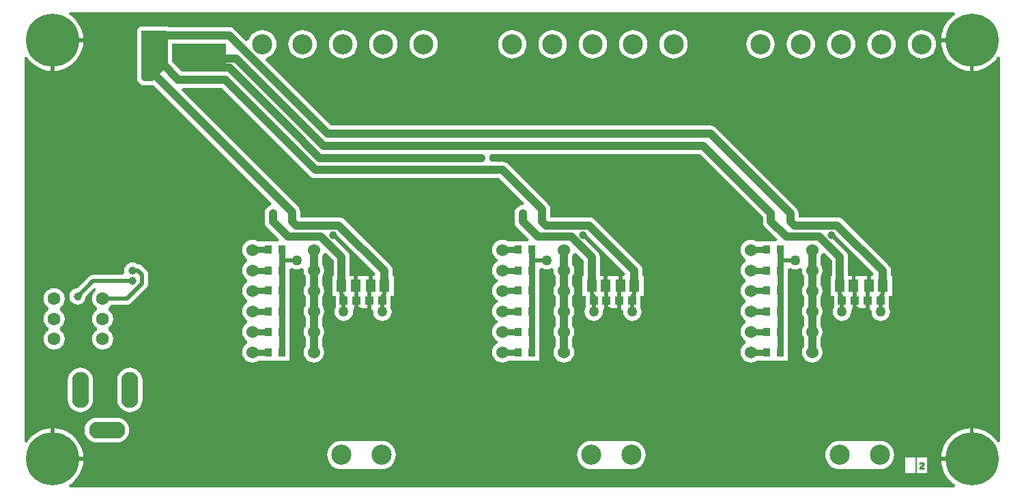
<source format=gbl>
G04*
G04 #@! TF.GenerationSoftware,Altium Limited,Altium Designer,18.0.12 (696)*
G04*
G04 Layer_Physical_Order=2*
G04 Layer_Color=16711680*
%FSAX43Y43*%
%MOMM*%
G71*
G01*
G75*
%ADD12C,0.200*%
%ADD14C,0.254*%
%ADD41C,1.000*%
%ADD44R,1.000X1.000*%
%ADD46R,1.300X1.500*%
%ADD55R,0.900X1.000*%
%ADD60C,1.000*%
%ADD62C,0.500*%
%ADD63C,0.800*%
%ADD66C,1.524*%
%ADD67C,2.500*%
%ADD68C,1.600*%
%ADD69O,2.100X4.500*%
%ADD70O,4.500X2.100*%
%ADD71C,6.600*%
%ADD72C,1.270*%
G36*
X0115949Y0059200D02*
X0115760Y0059084D01*
X0115305Y0058695D01*
X0114916Y0058240D01*
X0114604Y0057730D01*
X0114375Y0057178D01*
X0114235Y0056596D01*
X0114208Y0056250D01*
X0118000D01*
Y0056000D01*
X0118250D01*
Y0052208D01*
X0118596Y0052235D01*
X0119178Y0052375D01*
X0119730Y0052604D01*
X0120240Y0052916D01*
X0120695Y0053305D01*
X0121084Y0053760D01*
X0121200Y0053949D01*
X0121500Y0053865D01*
Y0006135D01*
X0121200Y0006051D01*
X0121084Y0006240D01*
X0120695Y0006695D01*
X0120240Y0007084D01*
X0119730Y0007396D01*
X0119178Y0007625D01*
X0118596Y0007765D01*
X0118250Y0007792D01*
Y0004000D01*
X0118000D01*
Y0003750D01*
X0114208D01*
X0114235Y0003404D01*
X0114375Y0002822D01*
X0114604Y0002270D01*
X0114916Y0001760D01*
X0115305Y0001305D01*
X0115760Y0000916D01*
X0115949Y0000800D01*
X0115865Y0000500D01*
X0006135D01*
X0006051Y0000800D01*
X0006240Y0000916D01*
X0006695Y0001305D01*
X0007084Y0001760D01*
X0007396Y0002270D01*
X0007625Y0002822D01*
X0007765Y0003404D01*
X0007792Y0003750D01*
X0004000D01*
Y0004000D01*
X0003750D01*
Y0007792D01*
X0003404Y0007765D01*
X0002822Y0007625D01*
X0002270Y0007396D01*
X0001760Y0007084D01*
X0001305Y0006695D01*
X0000916Y0006240D01*
X0000800Y0006051D01*
X0000500Y0006135D01*
Y0053865D01*
X0000800Y0053949D01*
X0000916Y0053760D01*
X0001305Y0053305D01*
X0001760Y0052916D01*
X0002270Y0052604D01*
X0002822Y0052375D01*
X0003404Y0052235D01*
X0003750Y0052208D01*
Y0056000D01*
X0004000D01*
Y0056250D01*
X0007792D01*
X0007765Y0056596D01*
X0007625Y0057178D01*
X0007396Y0057730D01*
X0007084Y0058240D01*
X0006695Y0058695D01*
X0006240Y0059084D01*
X0006051Y0059200D01*
X0006135Y0059500D01*
X0115865D01*
X0115949Y0059200D01*
D02*
G37*
%LPC*%
G36*
X0111800Y0057258D02*
X0111457Y0057225D01*
X0111127Y0057125D01*
X0110823Y0056962D01*
X0110557Y0056743D01*
X0110338Y0056477D01*
X0110175Y0056173D01*
X0110075Y0055843D01*
X0110042Y0055500D01*
X0110075Y0055157D01*
X0110175Y0054827D01*
X0110338Y0054523D01*
X0110557Y0054257D01*
X0110823Y0054038D01*
X0111127Y0053875D01*
X0111457Y0053775D01*
X0111800Y0053742D01*
X0112143Y0053775D01*
X0112473Y0053875D01*
X0112777Y0054038D01*
X0113043Y0054257D01*
X0113262Y0054523D01*
X0113425Y0054827D01*
X0113525Y0055157D01*
X0113558Y0055500D01*
X0113525Y0055843D01*
X0113425Y0056173D01*
X0113262Y0056477D01*
X0113043Y0056743D01*
X0112777Y0056962D01*
X0112473Y0057125D01*
X0112143Y0057225D01*
X0111800Y0057258D01*
D02*
G37*
G36*
X0106800D02*
X0106457Y0057225D01*
X0106127Y0057125D01*
X0105823Y0056962D01*
X0105557Y0056743D01*
X0105338Y0056477D01*
X0105175Y0056173D01*
X0105075Y0055843D01*
X0105042Y0055500D01*
X0105075Y0055157D01*
X0105175Y0054827D01*
X0105338Y0054523D01*
X0105557Y0054257D01*
X0105823Y0054038D01*
X0106127Y0053875D01*
X0106457Y0053775D01*
X0106800Y0053742D01*
X0107143Y0053775D01*
X0107473Y0053875D01*
X0107777Y0054038D01*
X0108043Y0054257D01*
X0108262Y0054523D01*
X0108425Y0054827D01*
X0108525Y0055157D01*
X0108558Y0055500D01*
X0108525Y0055843D01*
X0108425Y0056173D01*
X0108262Y0056477D01*
X0108043Y0056743D01*
X0107777Y0056962D01*
X0107473Y0057125D01*
X0107143Y0057225D01*
X0106800Y0057258D01*
D02*
G37*
G36*
X0101800D02*
X0101457Y0057225D01*
X0101127Y0057125D01*
X0100823Y0056962D01*
X0100557Y0056743D01*
X0100338Y0056477D01*
X0100175Y0056173D01*
X0100075Y0055843D01*
X0100042Y0055500D01*
X0100075Y0055157D01*
X0100175Y0054827D01*
X0100338Y0054523D01*
X0100557Y0054257D01*
X0100823Y0054038D01*
X0101127Y0053875D01*
X0101457Y0053775D01*
X0101800Y0053742D01*
X0102143Y0053775D01*
X0102473Y0053875D01*
X0102777Y0054038D01*
X0103043Y0054257D01*
X0103262Y0054523D01*
X0103425Y0054827D01*
X0103525Y0055157D01*
X0103558Y0055500D01*
X0103525Y0055843D01*
X0103425Y0056173D01*
X0103262Y0056477D01*
X0103043Y0056743D01*
X0102777Y0056962D01*
X0102473Y0057125D01*
X0102143Y0057225D01*
X0101800Y0057258D01*
D02*
G37*
G36*
X0096800D02*
X0096457Y0057225D01*
X0096127Y0057125D01*
X0095823Y0056962D01*
X0095557Y0056743D01*
X0095338Y0056477D01*
X0095175Y0056173D01*
X0095075Y0055843D01*
X0095042Y0055500D01*
X0095075Y0055157D01*
X0095175Y0054827D01*
X0095338Y0054523D01*
X0095557Y0054257D01*
X0095823Y0054038D01*
X0096127Y0053875D01*
X0096457Y0053775D01*
X0096800Y0053742D01*
X0097143Y0053775D01*
X0097473Y0053875D01*
X0097777Y0054038D01*
X0098043Y0054257D01*
X0098262Y0054523D01*
X0098425Y0054827D01*
X0098525Y0055157D01*
X0098558Y0055500D01*
X0098525Y0055843D01*
X0098425Y0056173D01*
X0098262Y0056477D01*
X0098043Y0056743D01*
X0097777Y0056962D01*
X0097473Y0057125D01*
X0097143Y0057225D01*
X0096800Y0057258D01*
D02*
G37*
G36*
X0091800D02*
X0091457Y0057225D01*
X0091127Y0057125D01*
X0090823Y0056962D01*
X0090557Y0056743D01*
X0090338Y0056477D01*
X0090175Y0056173D01*
X0090075Y0055843D01*
X0090042Y0055500D01*
X0090075Y0055157D01*
X0090175Y0054827D01*
X0090338Y0054523D01*
X0090557Y0054257D01*
X0090823Y0054038D01*
X0091127Y0053875D01*
X0091457Y0053775D01*
X0091800Y0053742D01*
X0092143Y0053775D01*
X0092473Y0053875D01*
X0092777Y0054038D01*
X0093043Y0054257D01*
X0093262Y0054523D01*
X0093425Y0054827D01*
X0093525Y0055157D01*
X0093558Y0055500D01*
X0093525Y0055843D01*
X0093425Y0056173D01*
X0093262Y0056477D01*
X0093043Y0056743D01*
X0092777Y0056962D01*
X0092473Y0057125D01*
X0092143Y0057225D01*
X0091800Y0057258D01*
D02*
G37*
G36*
X0081000D02*
X0080657Y0057225D01*
X0080327Y0057125D01*
X0080023Y0056962D01*
X0079757Y0056743D01*
X0079538Y0056477D01*
X0079375Y0056173D01*
X0079275Y0055843D01*
X0079242Y0055500D01*
X0079275Y0055157D01*
X0079375Y0054827D01*
X0079538Y0054523D01*
X0079757Y0054257D01*
X0080023Y0054038D01*
X0080327Y0053875D01*
X0080657Y0053775D01*
X0081000Y0053742D01*
X0081343Y0053775D01*
X0081673Y0053875D01*
X0081977Y0054038D01*
X0082243Y0054257D01*
X0082462Y0054523D01*
X0082625Y0054827D01*
X0082725Y0055157D01*
X0082758Y0055500D01*
X0082725Y0055843D01*
X0082625Y0056173D01*
X0082462Y0056477D01*
X0082243Y0056743D01*
X0081977Y0056962D01*
X0081673Y0057125D01*
X0081343Y0057225D01*
X0081000Y0057258D01*
D02*
G37*
G36*
X0076000D02*
X0075657Y0057225D01*
X0075327Y0057125D01*
X0075023Y0056962D01*
X0074757Y0056743D01*
X0074538Y0056477D01*
X0074375Y0056173D01*
X0074275Y0055843D01*
X0074242Y0055500D01*
X0074275Y0055157D01*
X0074375Y0054827D01*
X0074538Y0054523D01*
X0074757Y0054257D01*
X0075023Y0054038D01*
X0075327Y0053875D01*
X0075657Y0053775D01*
X0076000Y0053742D01*
X0076343Y0053775D01*
X0076673Y0053875D01*
X0076977Y0054038D01*
X0077243Y0054257D01*
X0077462Y0054523D01*
X0077625Y0054827D01*
X0077725Y0055157D01*
X0077758Y0055500D01*
X0077725Y0055843D01*
X0077625Y0056173D01*
X0077462Y0056477D01*
X0077243Y0056743D01*
X0076977Y0056962D01*
X0076673Y0057125D01*
X0076343Y0057225D01*
X0076000Y0057258D01*
D02*
G37*
G36*
X0071000D02*
X0070657Y0057225D01*
X0070327Y0057125D01*
X0070023Y0056962D01*
X0069757Y0056743D01*
X0069538Y0056477D01*
X0069375Y0056173D01*
X0069275Y0055843D01*
X0069242Y0055500D01*
X0069275Y0055157D01*
X0069375Y0054827D01*
X0069538Y0054523D01*
X0069757Y0054257D01*
X0070023Y0054038D01*
X0070327Y0053875D01*
X0070657Y0053775D01*
X0071000Y0053742D01*
X0071343Y0053775D01*
X0071673Y0053875D01*
X0071977Y0054038D01*
X0072243Y0054257D01*
X0072462Y0054523D01*
X0072625Y0054827D01*
X0072725Y0055157D01*
X0072758Y0055500D01*
X0072725Y0055843D01*
X0072625Y0056173D01*
X0072462Y0056477D01*
X0072243Y0056743D01*
X0071977Y0056962D01*
X0071673Y0057125D01*
X0071343Y0057225D01*
X0071000Y0057258D01*
D02*
G37*
G36*
X0066000D02*
X0065657Y0057225D01*
X0065327Y0057125D01*
X0065023Y0056962D01*
X0064757Y0056743D01*
X0064538Y0056477D01*
X0064375Y0056173D01*
X0064275Y0055843D01*
X0064242Y0055500D01*
X0064275Y0055157D01*
X0064375Y0054827D01*
X0064538Y0054523D01*
X0064757Y0054257D01*
X0065023Y0054038D01*
X0065327Y0053875D01*
X0065657Y0053775D01*
X0066000Y0053742D01*
X0066343Y0053775D01*
X0066673Y0053875D01*
X0066977Y0054038D01*
X0067243Y0054257D01*
X0067462Y0054523D01*
X0067625Y0054827D01*
X0067725Y0055157D01*
X0067758Y0055500D01*
X0067725Y0055843D01*
X0067625Y0056173D01*
X0067462Y0056477D01*
X0067243Y0056743D01*
X0066977Y0056962D01*
X0066673Y0057125D01*
X0066343Y0057225D01*
X0066000Y0057258D01*
D02*
G37*
G36*
X0061000D02*
X0060657Y0057225D01*
X0060327Y0057125D01*
X0060023Y0056962D01*
X0059757Y0056743D01*
X0059538Y0056477D01*
X0059375Y0056173D01*
X0059275Y0055843D01*
X0059242Y0055500D01*
X0059275Y0055157D01*
X0059375Y0054827D01*
X0059538Y0054523D01*
X0059757Y0054257D01*
X0060023Y0054038D01*
X0060327Y0053875D01*
X0060657Y0053775D01*
X0061000Y0053742D01*
X0061343Y0053775D01*
X0061673Y0053875D01*
X0061977Y0054038D01*
X0062243Y0054257D01*
X0062462Y0054523D01*
X0062625Y0054827D01*
X0062725Y0055157D01*
X0062758Y0055500D01*
X0062725Y0055843D01*
X0062625Y0056173D01*
X0062462Y0056477D01*
X0062243Y0056743D01*
X0061977Y0056962D01*
X0061673Y0057125D01*
X0061343Y0057225D01*
X0061000Y0057258D01*
D02*
G37*
G36*
X0050000D02*
X0049657Y0057225D01*
X0049327Y0057125D01*
X0049023Y0056962D01*
X0048757Y0056743D01*
X0048538Y0056477D01*
X0048375Y0056173D01*
X0048275Y0055843D01*
X0048242Y0055500D01*
X0048275Y0055157D01*
X0048375Y0054827D01*
X0048538Y0054523D01*
X0048757Y0054257D01*
X0049023Y0054038D01*
X0049327Y0053875D01*
X0049657Y0053775D01*
X0050000Y0053742D01*
X0050343Y0053775D01*
X0050673Y0053875D01*
X0050977Y0054038D01*
X0051243Y0054257D01*
X0051462Y0054523D01*
X0051625Y0054827D01*
X0051725Y0055157D01*
X0051758Y0055500D01*
X0051725Y0055843D01*
X0051625Y0056173D01*
X0051462Y0056477D01*
X0051243Y0056743D01*
X0050977Y0056962D01*
X0050673Y0057125D01*
X0050343Y0057225D01*
X0050000Y0057258D01*
D02*
G37*
G36*
X0045000D02*
X0044657Y0057225D01*
X0044327Y0057125D01*
X0044023Y0056962D01*
X0043757Y0056743D01*
X0043538Y0056477D01*
X0043375Y0056173D01*
X0043275Y0055843D01*
X0043242Y0055500D01*
X0043275Y0055157D01*
X0043375Y0054827D01*
X0043538Y0054523D01*
X0043757Y0054257D01*
X0044023Y0054038D01*
X0044327Y0053875D01*
X0044657Y0053775D01*
X0045000Y0053742D01*
X0045343Y0053775D01*
X0045673Y0053875D01*
X0045977Y0054038D01*
X0046243Y0054257D01*
X0046462Y0054523D01*
X0046625Y0054827D01*
X0046725Y0055157D01*
X0046758Y0055500D01*
X0046725Y0055843D01*
X0046625Y0056173D01*
X0046462Y0056477D01*
X0046243Y0056743D01*
X0045977Y0056962D01*
X0045673Y0057125D01*
X0045343Y0057225D01*
X0045000Y0057258D01*
D02*
G37*
G36*
X0040000D02*
X0039657Y0057225D01*
X0039327Y0057125D01*
X0039023Y0056962D01*
X0038757Y0056743D01*
X0038538Y0056477D01*
X0038375Y0056173D01*
X0038275Y0055843D01*
X0038242Y0055500D01*
X0038275Y0055157D01*
X0038375Y0054827D01*
X0038538Y0054523D01*
X0038757Y0054257D01*
X0039023Y0054038D01*
X0039327Y0053875D01*
X0039657Y0053775D01*
X0040000Y0053742D01*
X0040343Y0053775D01*
X0040673Y0053875D01*
X0040977Y0054038D01*
X0041243Y0054257D01*
X0041462Y0054523D01*
X0041625Y0054827D01*
X0041725Y0055157D01*
X0041758Y0055500D01*
X0041725Y0055843D01*
X0041625Y0056173D01*
X0041462Y0056477D01*
X0041243Y0056743D01*
X0040977Y0056962D01*
X0040673Y0057125D01*
X0040343Y0057225D01*
X0040000Y0057258D01*
D02*
G37*
G36*
X0035000D02*
X0034657Y0057225D01*
X0034327Y0057125D01*
X0034023Y0056962D01*
X0033757Y0056743D01*
X0033538Y0056477D01*
X0033375Y0056173D01*
X0033275Y0055843D01*
X0033242Y0055500D01*
X0033275Y0055157D01*
X0033375Y0054827D01*
X0033538Y0054523D01*
X0033757Y0054257D01*
X0034023Y0054038D01*
X0034327Y0053875D01*
X0034657Y0053775D01*
X0035000Y0053742D01*
X0035343Y0053775D01*
X0035673Y0053875D01*
X0035977Y0054038D01*
X0036243Y0054257D01*
X0036462Y0054523D01*
X0036625Y0054827D01*
X0036725Y0055157D01*
X0036758Y0055500D01*
X0036725Y0055843D01*
X0036625Y0056173D01*
X0036462Y0056477D01*
X0036243Y0056743D01*
X0035977Y0056962D01*
X0035673Y0057125D01*
X0035343Y0057225D01*
X0035000Y0057258D01*
D02*
G37*
G36*
X0117750Y0055750D02*
X0114208D01*
X0114235Y0055404D01*
X0114375Y0054822D01*
X0114604Y0054270D01*
X0114916Y0053760D01*
X0115305Y0053305D01*
X0115760Y0052916D01*
X0116270Y0052604D01*
X0116822Y0052375D01*
X0117404Y0052235D01*
X0117750Y0052208D01*
Y0055750D01*
D02*
G37*
G36*
X0007792D02*
X0004250D01*
Y0052208D01*
X0004596Y0052235D01*
X0005178Y0052375D01*
X0005731Y0052604D01*
X0006240Y0052916D01*
X0006695Y0053305D01*
X0007084Y0053760D01*
X0007396Y0054270D01*
X0007625Y0054822D01*
X0007765Y0055404D01*
X0007792Y0055750D01*
D02*
G37*
G36*
X0018100Y0057710D02*
X0015000D01*
X0014805Y0057671D01*
X0014640Y0057560D01*
X0014529Y0057395D01*
X0014490Y0057200D01*
Y0051200D01*
X0014529Y0051005D01*
X0014640Y0050840D01*
X0014940Y0050540D01*
X0015105Y0050429D01*
X0015300Y0050390D01*
X0016400D01*
X0016553Y0050421D01*
X0031178Y0035795D01*
X0031071Y0035478D01*
X0031039Y0035474D01*
X0030796Y0035374D01*
X0030587Y0035213D01*
X0030427Y0035004D01*
X0030326Y0034761D01*
X0030291Y0034500D01*
Y0033500D01*
X0030326Y0033239D01*
X0030427Y0032996D01*
X0030587Y0032787D01*
X0032096Y0031277D01*
X0031982Y0031000D01*
X0029800D01*
Y0031000D01*
X0029500Y0030996D01*
X0029426Y0031052D01*
X0029119Y0031180D01*
X0028790Y0031223D01*
X0028461Y0031180D01*
X0028154Y0031052D01*
X0027890Y0030850D01*
X0027688Y0030586D01*
X0027560Y0030279D01*
X0027517Y0029950D01*
X0027560Y0029621D01*
X0027688Y0029314D01*
X0027890Y0029050D01*
X0028154Y0028848D01*
X0028166Y0028842D01*
Y0028518D01*
X0028154Y0028512D01*
X0027890Y0028310D01*
X0027688Y0028046D01*
X0027560Y0027739D01*
X0027517Y0027410D01*
X0027560Y0027081D01*
X0027688Y0026774D01*
X0027890Y0026510D01*
X0028154Y0026308D01*
X0028166Y0026302D01*
Y0025978D01*
X0028154Y0025972D01*
X0027890Y0025770D01*
X0027688Y0025506D01*
X0027560Y0025199D01*
X0027517Y0024870D01*
X0027560Y0024541D01*
X0027688Y0024234D01*
X0027890Y0023970D01*
X0028154Y0023768D01*
X0028166Y0023762D01*
Y0023438D01*
X0028154Y0023432D01*
X0027890Y0023230D01*
X0027688Y0022966D01*
X0027560Y0022659D01*
X0027517Y0022330D01*
X0027560Y0022001D01*
X0027688Y0021694D01*
X0027890Y0021430D01*
X0028154Y0021228D01*
X0028166Y0021222D01*
Y0020898D01*
X0028154Y0020892D01*
X0027890Y0020690D01*
X0027688Y0020426D01*
X0027560Y0020119D01*
X0027517Y0019790D01*
X0027560Y0019461D01*
X0027688Y0019154D01*
X0027890Y0018890D01*
X0028154Y0018688D01*
X0028166Y0018682D01*
Y0018358D01*
X0028154Y0018352D01*
X0027890Y0018150D01*
X0027688Y0017886D01*
X0027560Y0017579D01*
X0027517Y0017250D01*
X0027560Y0016921D01*
X0027688Y0016614D01*
X0027890Y0016350D01*
X0028154Y0016148D01*
X0028461Y0016020D01*
X0028790Y0015977D01*
X0029119Y0016020D01*
X0029426Y0016148D01*
X0029500Y0016204D01*
X0029800Y0016200D01*
Y0016200D01*
X0033400D01*
Y0018200D01*
X0033358D01*
Y0018800D01*
X0033400D01*
Y0020800D01*
X0033358D01*
Y0021300D01*
X0033400D01*
Y0023300D01*
X0033358D01*
Y0023900D01*
X0033400D01*
Y0025900D01*
X0033358D01*
Y0026400D01*
X0033400D01*
Y0027582D01*
X0033700Y0027730D01*
X0033728Y0027709D01*
X0034004Y0027594D01*
X0034300Y0027555D01*
X0034596Y0027594D01*
X0034872Y0027709D01*
X0034874Y0027710D01*
X0035155Y0027547D01*
X0035137Y0027410D01*
X0035180Y0027081D01*
X0035308Y0026774D01*
X0035401Y0026651D01*
Y0025629D01*
X0035308Y0025506D01*
X0035180Y0025199D01*
X0035137Y0024870D01*
X0035180Y0024541D01*
X0035308Y0024234D01*
X0035401Y0024111D01*
Y0023089D01*
X0035308Y0022966D01*
X0035180Y0022659D01*
X0035137Y0022330D01*
X0035180Y0022001D01*
X0035308Y0021694D01*
X0035401Y0021571D01*
Y0020549D01*
X0035308Y0020426D01*
X0035180Y0020119D01*
X0035137Y0019790D01*
X0035180Y0019461D01*
X0035308Y0019154D01*
X0035401Y0019031D01*
Y0018009D01*
X0035308Y0017886D01*
X0035180Y0017579D01*
X0035137Y0017250D01*
X0035180Y0016921D01*
X0035308Y0016614D01*
X0035510Y0016350D01*
X0035774Y0016148D01*
X0036081Y0016020D01*
X0036410Y0015977D01*
X0036739Y0016020D01*
X0037046Y0016148D01*
X0037310Y0016350D01*
X0037512Y0016614D01*
X0037640Y0016921D01*
X0037683Y0017250D01*
X0037640Y0017579D01*
X0037512Y0017886D01*
X0037419Y0018009D01*
Y0019031D01*
X0037512Y0019154D01*
X0037640Y0019461D01*
X0037683Y0019790D01*
X0037640Y0020119D01*
X0037512Y0020426D01*
X0037419Y0020549D01*
Y0021571D01*
X0037512Y0021694D01*
X0037640Y0022001D01*
X0037683Y0022330D01*
X0037640Y0022659D01*
X0037512Y0022966D01*
X0037419Y0023089D01*
Y0024111D01*
X0037512Y0024234D01*
X0037640Y0024541D01*
X0037683Y0024870D01*
X0037640Y0025199D01*
X0037512Y0025506D01*
X0037419Y0025629D01*
Y0026651D01*
X0037512Y0026774D01*
X0037640Y0027081D01*
X0037683Y0027410D01*
X0037640Y0027739D01*
X0037512Y0028046D01*
X0037419Y0028169D01*
Y0029191D01*
X0037512Y0029314D01*
X0037578Y0029472D01*
X0037917Y0029557D01*
X0038841Y0028632D01*
Y0026750D01*
X0038700D01*
Y0024250D01*
X0039100D01*
Y0022852D01*
X0038994Y0022596D01*
X0038955Y0022300D01*
X0038994Y0022004D01*
X0039109Y0021728D01*
X0039291Y0021491D01*
X0039528Y0021309D01*
X0039804Y0021194D01*
X0040100Y0021155D01*
X0040396Y0021194D01*
X0040672Y0021309D01*
X0040909Y0021491D01*
X0041091Y0021728D01*
X0041206Y0022004D01*
X0041245Y0022300D01*
X0041232Y0022400D01*
X0041450Y0022680D01*
Y0023700D01*
X0041950D01*
Y0022700D01*
X0043050D01*
Y0023700D01*
X0043550D01*
Y0022680D01*
X0043768Y0022400D01*
X0043755Y0022300D01*
X0043794Y0022004D01*
X0043909Y0021728D01*
X0044091Y0021491D01*
X0044328Y0021309D01*
X0044604Y0021194D01*
X0044900Y0021155D01*
X0045196Y0021194D01*
X0045472Y0021309D01*
X0045709Y0021491D01*
X0045891Y0021728D01*
X0046006Y0022004D01*
X0046045Y0022300D01*
X0046006Y0022596D01*
X0045900Y0022852D01*
Y0024250D01*
X0046300D01*
Y0026750D01*
X0046159D01*
Y0027350D01*
X0046124Y0027611D01*
X0046023Y0027854D01*
X0045863Y0028063D01*
X0040213Y0033713D01*
X0040004Y0033874D01*
X0039761Y0033974D01*
X0039500Y0034009D01*
X0034709D01*
Y0034700D01*
X0034674Y0034961D01*
X0034573Y0035204D01*
X0034413Y0035413D01*
X0020012Y0049814D01*
X0020127Y0050091D01*
X0024982D01*
X0035887Y0039187D01*
X0036096Y0039027D01*
X0036339Y0038926D01*
X0036600Y0038891D01*
X0059382Y0038891D01*
X0062487Y0035787D01*
X0062347Y0035502D01*
X0062300Y0035509D01*
X0062039Y0035474D01*
X0061796Y0035374D01*
X0061587Y0035213D01*
X0061426Y0035004D01*
X0061326Y0034761D01*
X0061291Y0034500D01*
Y0033500D01*
X0061326Y0033239D01*
X0061426Y0032996D01*
X0061587Y0032787D01*
X0063096Y0031277D01*
X0062982Y0031000D01*
X0060800D01*
Y0031000D01*
X0060500Y0030996D01*
X0060426Y0031052D01*
X0060119Y0031180D01*
X0059790Y0031223D01*
X0059461Y0031180D01*
X0059154Y0031052D01*
X0058890Y0030850D01*
X0058688Y0030586D01*
X0058560Y0030279D01*
X0058517Y0029950D01*
X0058560Y0029621D01*
X0058688Y0029314D01*
X0058890Y0029050D01*
X0059154Y0028848D01*
X0059166Y0028842D01*
Y0028518D01*
X0059154Y0028512D01*
X0058890Y0028310D01*
X0058688Y0028046D01*
X0058560Y0027739D01*
X0058517Y0027410D01*
X0058560Y0027081D01*
X0058688Y0026774D01*
X0058890Y0026510D01*
X0059154Y0026308D01*
X0059166Y0026302D01*
Y0025978D01*
X0059154Y0025972D01*
X0058890Y0025770D01*
X0058688Y0025506D01*
X0058560Y0025199D01*
X0058517Y0024870D01*
X0058560Y0024541D01*
X0058688Y0024234D01*
X0058890Y0023970D01*
X0059154Y0023768D01*
X0059166Y0023762D01*
Y0023438D01*
X0059154Y0023432D01*
X0058890Y0023230D01*
X0058688Y0022966D01*
X0058560Y0022659D01*
X0058517Y0022330D01*
X0058560Y0022001D01*
X0058688Y0021694D01*
X0058890Y0021430D01*
X0059154Y0021228D01*
X0059166Y0021222D01*
Y0020898D01*
X0059154Y0020892D01*
X0058890Y0020690D01*
X0058688Y0020426D01*
X0058560Y0020119D01*
X0058517Y0019790D01*
X0058560Y0019461D01*
X0058688Y0019154D01*
X0058890Y0018890D01*
X0059154Y0018688D01*
X0059166Y0018682D01*
Y0018358D01*
X0059154Y0018352D01*
X0058890Y0018150D01*
X0058688Y0017886D01*
X0058560Y0017579D01*
X0058517Y0017250D01*
X0058560Y0016921D01*
X0058688Y0016614D01*
X0058890Y0016350D01*
X0059154Y0016148D01*
X0059461Y0016020D01*
X0059790Y0015977D01*
X0060119Y0016020D01*
X0060426Y0016148D01*
X0060500Y0016204D01*
X0060800Y0016200D01*
Y0016200D01*
X0064400D01*
Y0018200D01*
X0064358D01*
Y0018800D01*
X0064400D01*
Y0020800D01*
X0064358D01*
Y0021300D01*
X0064400D01*
Y0023300D01*
X0064358D01*
Y0023900D01*
X0064400D01*
Y0025900D01*
X0064358D01*
Y0026400D01*
X0064400D01*
Y0027582D01*
X0064700Y0027730D01*
X0064728Y0027709D01*
X0065004Y0027594D01*
X0065300Y0027555D01*
X0065596Y0027594D01*
X0065872Y0027709D01*
X0065874Y0027710D01*
X0066155Y0027547D01*
X0066137Y0027410D01*
X0066180Y0027081D01*
X0066308Y0026774D01*
X0066401Y0026651D01*
Y0025629D01*
X0066308Y0025506D01*
X0066180Y0025199D01*
X0066137Y0024870D01*
X0066180Y0024541D01*
X0066308Y0024234D01*
X0066401Y0024111D01*
Y0023089D01*
X0066308Y0022966D01*
X0066180Y0022659D01*
X0066137Y0022330D01*
X0066180Y0022001D01*
X0066308Y0021694D01*
X0066401Y0021571D01*
Y0020549D01*
X0066308Y0020426D01*
X0066180Y0020119D01*
X0066137Y0019790D01*
X0066180Y0019461D01*
X0066308Y0019154D01*
X0066401Y0019031D01*
Y0018009D01*
X0066308Y0017886D01*
X0066180Y0017579D01*
X0066137Y0017250D01*
X0066180Y0016921D01*
X0066308Y0016614D01*
X0066510Y0016350D01*
X0066774Y0016148D01*
X0067081Y0016020D01*
X0067410Y0015977D01*
X0067739Y0016020D01*
X0068046Y0016148D01*
X0068310Y0016350D01*
X0068512Y0016614D01*
X0068640Y0016921D01*
X0068683Y0017250D01*
X0068640Y0017579D01*
X0068512Y0017886D01*
X0068419Y0018009D01*
Y0019031D01*
X0068512Y0019154D01*
X0068640Y0019461D01*
X0068683Y0019790D01*
X0068640Y0020119D01*
X0068512Y0020426D01*
X0068419Y0020549D01*
Y0021571D01*
X0068512Y0021694D01*
X0068640Y0022001D01*
X0068683Y0022330D01*
X0068640Y0022659D01*
X0068512Y0022966D01*
X0068419Y0023089D01*
Y0024111D01*
X0068512Y0024234D01*
X0068640Y0024541D01*
X0068683Y0024870D01*
X0068640Y0025199D01*
X0068512Y0025506D01*
X0068419Y0025629D01*
Y0026651D01*
X0068512Y0026774D01*
X0068640Y0027081D01*
X0068683Y0027410D01*
X0068640Y0027739D01*
X0068512Y0028046D01*
X0068419Y0028169D01*
Y0029191D01*
X0068512Y0029314D01*
X0068578Y0029472D01*
X0068917Y0029557D01*
X0069841Y0028632D01*
Y0026750D01*
X0069700D01*
Y0024250D01*
X0070100D01*
Y0022852D01*
X0069994Y0022596D01*
X0069955Y0022300D01*
X0069994Y0022004D01*
X0070109Y0021728D01*
X0070291Y0021491D01*
X0070528Y0021309D01*
X0070804Y0021194D01*
X0071100Y0021155D01*
X0071396Y0021194D01*
X0071672Y0021309D01*
X0071909Y0021491D01*
X0072091Y0021728D01*
X0072206Y0022004D01*
X0072245Y0022300D01*
X0072232Y0022400D01*
X0072450Y0022680D01*
Y0023700D01*
X0072950D01*
Y0022700D01*
X0074050D01*
Y0023700D01*
X0074550D01*
Y0022680D01*
X0074768Y0022400D01*
X0074755Y0022300D01*
X0074794Y0022004D01*
X0074909Y0021728D01*
X0075091Y0021491D01*
X0075328Y0021309D01*
X0075604Y0021194D01*
X0075900Y0021155D01*
X0076196Y0021194D01*
X0076472Y0021309D01*
X0076709Y0021491D01*
X0076891Y0021728D01*
X0077006Y0022004D01*
X0077045Y0022300D01*
X0077006Y0022596D01*
X0076900Y0022852D01*
Y0024250D01*
X0077300D01*
Y0026750D01*
X0077159D01*
Y0027350D01*
X0077124Y0027611D01*
X0077023Y0027854D01*
X0076863Y0028063D01*
X0071213Y0033713D01*
X0071004Y0033874D01*
X0070761Y0033974D01*
X0070500Y0034009D01*
X0065709D01*
Y0035000D01*
X0065674Y0035261D01*
X0065573Y0035504D01*
X0065413Y0035713D01*
X0060513Y0040613D01*
X0060304Y0040773D01*
X0060061Y0040874D01*
X0059800Y0040909D01*
X0058361D01*
X0058183Y0041209D01*
X0058209Y0041400D01*
X0058183Y0041591D01*
X0058361Y0041891D01*
X0084282D01*
X0092091Y0034082D01*
Y0033500D01*
X0092126Y0033239D01*
X0092227Y0032996D01*
X0092387Y0032787D01*
X0093896Y0031277D01*
X0093782Y0031000D01*
X0091600D01*
Y0031000D01*
X0091300Y0030996D01*
X0091226Y0031052D01*
X0090919Y0031180D01*
X0090590Y0031223D01*
X0090261Y0031180D01*
X0089954Y0031052D01*
X0089690Y0030850D01*
X0089488Y0030586D01*
X0089360Y0030279D01*
X0089317Y0029950D01*
X0089360Y0029621D01*
X0089488Y0029314D01*
X0089690Y0029050D01*
X0089954Y0028848D01*
X0089966Y0028842D01*
Y0028518D01*
X0089954Y0028512D01*
X0089690Y0028310D01*
X0089488Y0028046D01*
X0089360Y0027739D01*
X0089317Y0027410D01*
X0089360Y0027081D01*
X0089488Y0026774D01*
X0089690Y0026510D01*
X0089954Y0026308D01*
X0089966Y0026302D01*
Y0025978D01*
X0089954Y0025972D01*
X0089690Y0025770D01*
X0089488Y0025506D01*
X0089360Y0025199D01*
X0089317Y0024870D01*
X0089360Y0024541D01*
X0089488Y0024234D01*
X0089690Y0023970D01*
X0089954Y0023768D01*
X0089966Y0023762D01*
Y0023438D01*
X0089954Y0023432D01*
X0089690Y0023230D01*
X0089488Y0022966D01*
X0089360Y0022659D01*
X0089317Y0022330D01*
X0089360Y0022001D01*
X0089488Y0021694D01*
X0089690Y0021430D01*
X0089954Y0021228D01*
X0089966Y0021222D01*
Y0020898D01*
X0089954Y0020892D01*
X0089690Y0020690D01*
X0089488Y0020426D01*
X0089360Y0020119D01*
X0089317Y0019790D01*
X0089360Y0019461D01*
X0089488Y0019154D01*
X0089690Y0018890D01*
X0089954Y0018688D01*
X0089966Y0018682D01*
Y0018358D01*
X0089954Y0018352D01*
X0089690Y0018150D01*
X0089488Y0017886D01*
X0089360Y0017579D01*
X0089317Y0017250D01*
X0089360Y0016921D01*
X0089488Y0016614D01*
X0089690Y0016350D01*
X0089954Y0016148D01*
X0090261Y0016020D01*
X0090590Y0015977D01*
X0090919Y0016020D01*
X0091226Y0016148D01*
X0091300Y0016204D01*
X0091600Y0016200D01*
Y0016200D01*
X0095200D01*
Y0018200D01*
X0095158D01*
Y0018800D01*
X0095200D01*
Y0020800D01*
X0095158D01*
Y0021300D01*
X0095200D01*
Y0023300D01*
X0095158D01*
Y0023900D01*
X0095200D01*
Y0025900D01*
X0095158D01*
Y0026400D01*
X0095200D01*
Y0027582D01*
X0095500Y0027730D01*
X0095528Y0027709D01*
X0095804Y0027594D01*
X0096100Y0027555D01*
X0096396Y0027594D01*
X0096672Y0027709D01*
X0096674Y0027710D01*
X0096955Y0027547D01*
X0096937Y0027410D01*
X0096980Y0027081D01*
X0097108Y0026774D01*
X0097201Y0026651D01*
Y0025629D01*
X0097108Y0025506D01*
X0096980Y0025199D01*
X0096937Y0024870D01*
X0096980Y0024541D01*
X0097108Y0024234D01*
X0097201Y0024111D01*
Y0023089D01*
X0097108Y0022966D01*
X0096980Y0022659D01*
X0096937Y0022330D01*
X0096980Y0022001D01*
X0097108Y0021694D01*
X0097201Y0021571D01*
Y0020549D01*
X0097108Y0020426D01*
X0096980Y0020119D01*
X0096937Y0019790D01*
X0096980Y0019461D01*
X0097108Y0019154D01*
X0097201Y0019031D01*
Y0018009D01*
X0097108Y0017886D01*
X0096980Y0017579D01*
X0096937Y0017250D01*
X0096980Y0016921D01*
X0097108Y0016614D01*
X0097310Y0016350D01*
X0097574Y0016148D01*
X0097881Y0016020D01*
X0098210Y0015977D01*
X0098539Y0016020D01*
X0098846Y0016148D01*
X0099110Y0016350D01*
X0099312Y0016614D01*
X0099440Y0016921D01*
X0099483Y0017250D01*
X0099440Y0017579D01*
X0099312Y0017886D01*
X0099219Y0018009D01*
Y0019031D01*
X0099312Y0019154D01*
X0099440Y0019461D01*
X0099483Y0019790D01*
X0099440Y0020119D01*
X0099312Y0020426D01*
X0099219Y0020549D01*
Y0021571D01*
X0099312Y0021694D01*
X0099440Y0022001D01*
X0099483Y0022330D01*
X0099440Y0022659D01*
X0099312Y0022966D01*
X0099219Y0023089D01*
Y0024111D01*
X0099312Y0024234D01*
X0099440Y0024541D01*
X0099483Y0024870D01*
X0099440Y0025199D01*
X0099312Y0025506D01*
X0099219Y0025629D01*
Y0026651D01*
X0099312Y0026774D01*
X0099440Y0027081D01*
X0099483Y0027410D01*
X0099440Y0027739D01*
X0099312Y0028046D01*
X0099219Y0028169D01*
Y0029191D01*
X0099312Y0029314D01*
X0099378Y0029472D01*
X0099717Y0029557D01*
X0100641Y0028632D01*
Y0026750D01*
X0100500D01*
Y0024250D01*
X0100900D01*
Y0022852D01*
X0100794Y0022596D01*
X0100755Y0022300D01*
X0100794Y0022004D01*
X0100909Y0021728D01*
X0101091Y0021491D01*
X0101328Y0021309D01*
X0101604Y0021194D01*
X0101900Y0021155D01*
X0102196Y0021194D01*
X0102472Y0021309D01*
X0102709Y0021491D01*
X0102891Y0021728D01*
X0103006Y0022004D01*
X0103045Y0022300D01*
X0103032Y0022400D01*
X0103250Y0022680D01*
Y0023700D01*
X0103750D01*
Y0022700D01*
X0104850D01*
Y0023700D01*
X0105350D01*
Y0022680D01*
X0105568Y0022400D01*
X0105555Y0022300D01*
X0105594Y0022004D01*
X0105709Y0021728D01*
X0105891Y0021491D01*
X0106128Y0021309D01*
X0106404Y0021194D01*
X0106700Y0021155D01*
X0106996Y0021194D01*
X0107272Y0021309D01*
X0107509Y0021491D01*
X0107691Y0021728D01*
X0107806Y0022004D01*
X0107845Y0022300D01*
X0107806Y0022596D01*
X0107700Y0022852D01*
Y0024250D01*
X0108100D01*
Y0026750D01*
X0107959D01*
Y0027350D01*
X0107924Y0027611D01*
X0107824Y0027854D01*
X0107663Y0028063D01*
X0102013Y0033713D01*
X0101804Y0033874D01*
X0101561Y0033974D01*
X0101300Y0034009D01*
X0096509D01*
Y0034500D01*
X0096474Y0034761D01*
X0096373Y0035004D01*
X0096213Y0035213D01*
X0086313Y0045113D01*
X0086104Y0045273D01*
X0085861Y0045374D01*
X0085600Y0045409D01*
X0038518D01*
X0030436Y0053490D01*
X0030521Y0053829D01*
X0030673Y0053875D01*
X0030977Y0054038D01*
X0031243Y0054257D01*
X0031462Y0054523D01*
X0031625Y0054827D01*
X0031725Y0055157D01*
X0031758Y0055500D01*
X0031725Y0055843D01*
X0031625Y0056173D01*
X0031462Y0056477D01*
X0031243Y0056743D01*
X0030977Y0056962D01*
X0030673Y0057125D01*
X0030343Y0057225D01*
X0030000Y0057258D01*
X0029657Y0057225D01*
X0029327Y0057125D01*
X0029023Y0056962D01*
X0028757Y0056743D01*
X0028538Y0056477D01*
X0028375Y0056173D01*
X0028329Y0056021D01*
X0027990Y0055936D01*
X0026613Y0057313D01*
X0026404Y0057473D01*
X0026161Y0057574D01*
X0025900Y0057609D01*
X0018388D01*
X0018295Y0057671D01*
X0018100Y0057710D01*
D02*
G37*
G36*
X0013900Y0028409D02*
X0013639Y0028374D01*
X0013396Y0028274D01*
X0013187Y0028113D01*
X0013026Y0027904D01*
X0012926Y0027661D01*
X0012891Y0027400D01*
X0012923Y0027156D01*
X0012922Y0027134D01*
X0012718Y0026856D01*
X0009000D01*
X0008804Y0026831D01*
X0008622Y0026755D01*
X0008465Y0026635D01*
X0007030Y0025199D01*
X0006839Y0025174D01*
X0006596Y0025073D01*
X0006387Y0024913D01*
X0006227Y0024704D01*
X0006126Y0024461D01*
X0006091Y0024200D01*
X0006126Y0023939D01*
X0006227Y0023696D01*
X0006387Y0023487D01*
X0006596Y0023326D01*
X0006839Y0023226D01*
X0007100Y0023191D01*
X0007361Y0023226D01*
X0007604Y0023326D01*
X0007813Y0023487D01*
X0007973Y0023696D01*
X0008074Y0023939D01*
X0008099Y0024130D01*
X0009217Y0025247D01*
X0009300Y0025226D01*
X0009367Y0024900D01*
X0009273Y0024827D01*
X0009064Y0024556D01*
X0008933Y0024239D01*
X0008889Y0023900D01*
X0008933Y0023561D01*
X0009064Y0023244D01*
X0009273Y0022973D01*
X0009463Y0022827D01*
X0009488Y0022737D01*
Y0022563D01*
X0009463Y0022473D01*
X0009273Y0022327D01*
X0009064Y0022056D01*
X0008933Y0021739D01*
X0008889Y0021400D01*
X0008933Y0021061D01*
X0009064Y0020744D01*
X0009273Y0020473D01*
X0009463Y0020327D01*
X0009488Y0020237D01*
Y0020063D01*
X0009463Y0019973D01*
X0009273Y0019827D01*
X0009064Y0019556D01*
X0008933Y0019239D01*
X0008889Y0018900D01*
X0008933Y0018561D01*
X0009064Y0018244D01*
X0009273Y0017973D01*
X0009544Y0017764D01*
X0009861Y0017633D01*
X0010200Y0017589D01*
X0010539Y0017633D01*
X0010856Y0017764D01*
X0011127Y0017973D01*
X0011336Y0018244D01*
X0011467Y0018561D01*
X0011511Y0018900D01*
X0011467Y0019239D01*
X0011336Y0019556D01*
X0011127Y0019827D01*
X0010937Y0019973D01*
X0010912Y0020063D01*
Y0020237D01*
X0010937Y0020327D01*
X0011127Y0020473D01*
X0011336Y0020744D01*
X0011467Y0021061D01*
X0011511Y0021400D01*
X0011467Y0021739D01*
X0011336Y0022056D01*
X0011127Y0022327D01*
X0010937Y0022473D01*
X0010912Y0022563D01*
Y0022737D01*
X0010937Y0022827D01*
X0011127Y0022973D01*
X0011258Y0023144D01*
X0013200D01*
X0013396Y0023169D01*
X0013578Y0023245D01*
X0013735Y0023365D01*
X0015635Y0025265D01*
X0015755Y0025422D01*
X0015831Y0025604D01*
X0015856Y0025800D01*
Y0026900D01*
X0015831Y0027096D01*
X0015755Y0027278D01*
X0015635Y0027435D01*
X0015635Y0027435D01*
X0015135Y0027935D01*
X0014978Y0028055D01*
X0014796Y0028131D01*
X0014600Y0028156D01*
X0014557D01*
X0014404Y0028274D01*
X0014161Y0028374D01*
X0013900Y0028409D01*
D02*
G37*
G36*
X0004200Y0025211D02*
X0003861Y0025167D01*
X0003544Y0025036D01*
X0003273Y0024827D01*
X0003064Y0024556D01*
X0002933Y0024239D01*
X0002889Y0023900D01*
X0002933Y0023561D01*
X0003064Y0023244D01*
X0003273Y0022973D01*
X0003463Y0022827D01*
X0003488Y0022737D01*
Y0022563D01*
X0003463Y0022473D01*
X0003273Y0022327D01*
X0003064Y0022056D01*
X0002933Y0021739D01*
X0002889Y0021400D01*
X0002933Y0021061D01*
X0003064Y0020744D01*
X0003273Y0020473D01*
X0003463Y0020327D01*
X0003488Y0020237D01*
Y0020063D01*
X0003463Y0019973D01*
X0003273Y0019827D01*
X0003064Y0019556D01*
X0002933Y0019239D01*
X0002889Y0018900D01*
X0002933Y0018561D01*
X0003064Y0018244D01*
X0003273Y0017973D01*
X0003544Y0017764D01*
X0003861Y0017633D01*
X0004200Y0017589D01*
X0004539Y0017633D01*
X0004856Y0017764D01*
X0005127Y0017973D01*
X0005336Y0018244D01*
X0005467Y0018561D01*
X0005511Y0018900D01*
X0005467Y0019239D01*
X0005336Y0019556D01*
X0005127Y0019827D01*
X0004937Y0019973D01*
X0004912Y0020063D01*
Y0020237D01*
X0004937Y0020327D01*
X0005127Y0020473D01*
X0005336Y0020744D01*
X0005467Y0021061D01*
X0005511Y0021400D01*
X0005467Y0021739D01*
X0005336Y0022056D01*
X0005127Y0022327D01*
X0004937Y0022473D01*
X0004912Y0022563D01*
Y0022737D01*
X0004937Y0022827D01*
X0005127Y0022973D01*
X0005336Y0023244D01*
X0005467Y0023561D01*
X0005511Y0023900D01*
X0005467Y0024239D01*
X0005336Y0024556D01*
X0005127Y0024827D01*
X0004856Y0025036D01*
X0004539Y0025167D01*
X0004200Y0025211D01*
D02*
G37*
G36*
X0013589Y0015330D02*
X0013285Y0015301D01*
X0012993Y0015212D01*
X0012724Y0015068D01*
X0012488Y0014874D01*
X0012294Y0014638D01*
X0012150Y0014369D01*
X0012061Y0014077D01*
X0012031Y0013773D01*
Y0011373D01*
X0012061Y0011069D01*
X0012150Y0010777D01*
X0012294Y0010508D01*
X0012488Y0010272D01*
X0012724Y0010078D01*
X0012993Y0009934D01*
X0013285Y0009845D01*
X0013589Y0009816D01*
X0013893Y0009845D01*
X0014185Y0009934D01*
X0014454Y0010078D01*
X0014690Y0010272D01*
X0014884Y0010508D01*
X0015028Y0010777D01*
X0015117Y0011069D01*
X0015146Y0011373D01*
Y0013773D01*
X0015117Y0014077D01*
X0015028Y0014369D01*
X0014884Y0014638D01*
X0014690Y0014874D01*
X0014454Y0015068D01*
X0014185Y0015212D01*
X0013893Y0015301D01*
X0013589Y0015330D01*
D02*
G37*
G36*
X0007439D02*
X0007135Y0015301D01*
X0006843Y0015212D01*
X0006574Y0015068D01*
X0006338Y0014874D01*
X0006144Y0014638D01*
X0006000Y0014369D01*
X0005911Y0014077D01*
X0005881Y0013773D01*
Y0011373D01*
X0005911Y0011069D01*
X0006000Y0010777D01*
X0006144Y0010508D01*
X0006338Y0010272D01*
X0006574Y0010078D01*
X0006843Y0009934D01*
X0007135Y0009845D01*
X0007439Y0009816D01*
X0007743Y0009845D01*
X0008035Y0009934D01*
X0008304Y0010078D01*
X0008540Y0010272D01*
X0008734Y0010508D01*
X0008878Y0010777D01*
X0008967Y0011069D01*
X0008997Y0011373D01*
Y0013773D01*
X0008967Y0014077D01*
X0008878Y0014369D01*
X0008734Y0014638D01*
X0008540Y0014874D01*
X0008304Y0015068D01*
X0008035Y0015212D01*
X0007743Y0015301D01*
X0007439Y0015330D01*
D02*
G37*
G36*
X0106600Y0006258D02*
X0101827Y0006236D01*
X0101600Y0006258D01*
X0101257Y0006225D01*
X0100927Y0006125D01*
X0100623Y0005962D01*
X0100357Y0005743D01*
X0100138Y0005477D01*
X0099975Y0005173D01*
X0099875Y0004843D01*
X0099842Y0004500D01*
X0099875Y0004157D01*
X0099975Y0003827D01*
X0100138Y0003523D01*
X0100357Y0003257D01*
X0100623Y0003038D01*
X0100927Y0002875D01*
X0101257Y0002775D01*
X0101600Y0002742D01*
X0101604Y0002742D01*
X0106338D01*
X0106597Y0002742D01*
X0106600Y0002742D01*
X0106638Y0002742D01*
Y0002745D01*
X0106943Y0002775D01*
X0107273Y0002875D01*
X0107577Y0003038D01*
X0107843Y0003257D01*
X0108062Y0003523D01*
X0108225Y0003827D01*
X0108325Y0004157D01*
X0108358Y0004500D01*
X0108325Y0004843D01*
X0108225Y0005173D01*
X0108062Y0005477D01*
X0107843Y0005743D01*
X0107577Y0005962D01*
X0107273Y0006125D01*
X0106943Y0006225D01*
X0106600Y0006258D01*
D02*
G37*
G36*
X0075800D02*
X0071027Y0006236D01*
X0070800Y0006258D01*
X0070457Y0006225D01*
X0070127Y0006125D01*
X0069823Y0005962D01*
X0069557Y0005743D01*
X0069338Y0005477D01*
X0069175Y0005173D01*
X0069075Y0004843D01*
X0069042Y0004500D01*
X0069075Y0004157D01*
X0069175Y0003827D01*
X0069338Y0003523D01*
X0069557Y0003257D01*
X0069823Y0003038D01*
X0070127Y0002875D01*
X0070457Y0002775D01*
X0070800Y0002742D01*
X0070804Y0002742D01*
X0075538D01*
X0075797Y0002742D01*
X0075800Y0002742D01*
X0075838Y0002742D01*
Y0002745D01*
X0076143Y0002775D01*
X0076473Y0002875D01*
X0076777Y0003038D01*
X0077043Y0003257D01*
X0077262Y0003523D01*
X0077425Y0003827D01*
X0077525Y0004157D01*
X0077558Y0004500D01*
X0077525Y0004843D01*
X0077425Y0005173D01*
X0077262Y0005477D01*
X0077043Y0005743D01*
X0076777Y0005962D01*
X0076473Y0006125D01*
X0076143Y0006225D01*
X0075800Y0006258D01*
D02*
G37*
G36*
X0044800D02*
X0040027Y0006236D01*
X0039800Y0006258D01*
X0039457Y0006225D01*
X0039127Y0006125D01*
X0038823Y0005962D01*
X0038557Y0005743D01*
X0038338Y0005477D01*
X0038175Y0005173D01*
X0038075Y0004843D01*
X0038042Y0004500D01*
X0038075Y0004157D01*
X0038175Y0003827D01*
X0038338Y0003523D01*
X0038557Y0003257D01*
X0038823Y0003038D01*
X0039127Y0002875D01*
X0039457Y0002775D01*
X0039800Y0002742D01*
X0039804Y0002742D01*
X0044538D01*
X0044797Y0002742D01*
X0044800Y0002742D01*
X0044838Y0002742D01*
Y0002745D01*
X0045143Y0002775D01*
X0045473Y0002875D01*
X0045777Y0003038D01*
X0046043Y0003257D01*
X0046262Y0003523D01*
X0046425Y0003827D01*
X0046525Y0004157D01*
X0046558Y0004500D01*
X0046525Y0004843D01*
X0046425Y0005173D01*
X0046262Y0005477D01*
X0046043Y0005743D01*
X0045777Y0005962D01*
X0045473Y0006125D01*
X0045143Y0006225D01*
X0044800Y0006258D01*
D02*
G37*
G36*
X0011939Y0009130D02*
X0009539D01*
X0009235Y0009101D01*
X0008943Y0009012D01*
X0008674Y0008868D01*
X0008438Y0008674D01*
X0008244Y0008438D01*
X0008100Y0008169D01*
X0008011Y0007877D01*
X0007982Y0007573D01*
X0008011Y0007269D01*
X0008100Y0006977D01*
X0008244Y0006708D01*
X0008438Y0006472D01*
X0008674Y0006278D01*
X0008943Y0006134D01*
X0009235Y0006045D01*
X0009539Y0006016D01*
X0011939D01*
X0012243Y0006045D01*
X0012535Y0006134D01*
X0012804Y0006278D01*
X0013040Y0006472D01*
X0013234Y0006708D01*
X0013378Y0006977D01*
X0013467Y0007269D01*
X0013497Y0007573D01*
X0013467Y0007877D01*
X0013378Y0008169D01*
X0013234Y0008438D01*
X0013040Y0008674D01*
X0012804Y0008868D01*
X0012535Y0009012D01*
X0012243Y0009101D01*
X0011939Y0009130D01*
D02*
G37*
G36*
X0117750Y0007792D02*
X0117404Y0007765D01*
X0116822Y0007625D01*
X0116270Y0007396D01*
X0115760Y0007084D01*
X0115305Y0006695D01*
X0114916Y0006240D01*
X0114604Y0005731D01*
X0114375Y0005178D01*
X0114235Y0004596D01*
X0114208Y0004250D01*
X0117750D01*
Y0007792D01*
D02*
G37*
G36*
X0004250D02*
Y0004250D01*
X0007792D01*
X0007765Y0004596D01*
X0007625Y0005178D01*
X0007396Y0005731D01*
X0007084Y0006240D01*
X0006695Y0006695D01*
X0006240Y0007084D01*
X0005731Y0007396D01*
X0005178Y0007625D01*
X0004596Y0007765D01*
X0004250Y0007792D01*
D02*
G37*
G36*
X0112450Y0004150D02*
X0109750D01*
Y0002250D01*
X0112450D01*
Y0004150D01*
D02*
G37*
%LPD*%
G36*
X0025500Y0052100D02*
X0020100D01*
X0018800Y0053400D01*
Y0055600D01*
X0025500D01*
Y0052100D01*
D02*
G37*
G36*
X0018300Y0057000D02*
Y0052900D01*
X0016400Y0051000D01*
Y0050900D01*
X0015300D01*
X0015000Y0051200D01*
Y0057200D01*
X0018100D01*
X0018300Y0057000D01*
D02*
G37*
G36*
X0044024Y0027050D02*
X0043899Y0026750D01*
X0043700D01*
Y0025500D01*
X0043200D01*
Y0026750D01*
X0041800D01*
Y0025500D01*
X0041300D01*
Y0026750D01*
X0040859D01*
Y0029050D01*
X0040824Y0029311D01*
X0040723Y0029554D01*
X0040563Y0029763D01*
X0038612Y0031714D01*
X0038727Y0031991D01*
X0039082D01*
X0044024Y0027050D01*
D02*
G37*
G36*
X0075024D02*
X0074899Y0026750D01*
X0074700D01*
Y0025500D01*
X0074200D01*
Y0026750D01*
X0072800D01*
Y0025500D01*
X0072300D01*
Y0026750D01*
X0071859D01*
Y0029050D01*
X0071824Y0029311D01*
X0071724Y0029554D01*
X0071563Y0029763D01*
X0069612Y0031714D01*
X0069727Y0031991D01*
X0070082D01*
X0075024Y0027050D01*
D02*
G37*
G36*
X0105824D02*
X0105699Y0026750D01*
X0105500D01*
Y0025500D01*
X0105000D01*
Y0026750D01*
X0103600D01*
Y0025500D01*
X0103100D01*
Y0026750D01*
X0102659D01*
Y0029050D01*
X0102624Y0029311D01*
X0102523Y0029554D01*
X0102363Y0029763D01*
X0100412Y0031714D01*
X0100527Y0031991D01*
X0100882D01*
X0105824Y0027050D01*
D02*
G37*
D12*
X0111100Y0002250D02*
Y0004150D01*
D14*
X0112017Y0002850D02*
X0111550D01*
X0112017Y0003317D01*
Y0003433D01*
X0111900Y0003550D01*
X0111667D01*
X0111550Y0003433D01*
D41*
X0120500Y0050200D02*
D03*
Y0051700D02*
D03*
Y0048700D02*
D03*
X0025600Y0009700D02*
D03*
Y0012700D02*
D03*
Y0006700D02*
D03*
X0087600Y0051700D02*
D03*
Y0048700D02*
D03*
Y0054700D02*
D03*
X0056600Y0051700D02*
D03*
Y0048700D02*
D03*
Y0054700D02*
D03*
X0087600Y0033700D02*
D03*
Y0036700D02*
D03*
Y0024700D02*
D03*
Y0027700D02*
D03*
Y0030700D02*
D03*
Y0012700D02*
D03*
Y0015700D02*
D03*
Y0018700D02*
D03*
Y0021700D02*
D03*
Y0009700D02*
D03*
X0056600Y0033700D02*
D03*
Y0036700D02*
D03*
Y0024700D02*
D03*
Y0027700D02*
D03*
Y0030700D02*
D03*
Y0012700D02*
D03*
Y0015700D02*
D03*
Y0018700D02*
D03*
Y0021700D02*
D03*
Y0009700D02*
D03*
Y0003700D02*
D03*
X0078400Y0038200D02*
D03*
X0084400D02*
D03*
X0081400D02*
D03*
X0051400D02*
D03*
X0048400D02*
D03*
X0054400D02*
D03*
X0020600Y0033700D02*
D03*
Y0036700D02*
D03*
Y0039700D02*
D03*
Y0024700D02*
D03*
Y0027700D02*
D03*
Y0030700D02*
D03*
Y0015700D02*
D03*
Y0018700D02*
D03*
Y0021700D02*
D03*
X0112600Y0058500D02*
D03*
X0096100D02*
D03*
X0093100D02*
D03*
X0090100D02*
D03*
X0105100D02*
D03*
X0102100D02*
D03*
X0099100D02*
D03*
X0114100D02*
D03*
X0111100D02*
D03*
X0108100D02*
D03*
X0066100D02*
D03*
X0063100D02*
D03*
X0060100D02*
D03*
X0075100D02*
D03*
X0072100D02*
D03*
X0069100D02*
D03*
X0087100D02*
D03*
X0084100D02*
D03*
X0081100D02*
D03*
X0078100D02*
D03*
X0036100D02*
D03*
X0033100D02*
D03*
X0030100D02*
D03*
X0045100D02*
D03*
X0042100D02*
D03*
X0039100D02*
D03*
X0057100D02*
D03*
X0054100D02*
D03*
X0051100D02*
D03*
X0048100D02*
D03*
X0120500Y0044200D02*
D03*
Y0041200D02*
D03*
Y0038200D02*
D03*
Y0047200D02*
D03*
Y0014200D02*
D03*
Y0011200D02*
D03*
Y0008200D02*
D03*
Y0023200D02*
D03*
Y0020200D02*
D03*
Y0017200D02*
D03*
Y0035200D02*
D03*
Y0032200D02*
D03*
Y0029200D02*
D03*
Y0026200D02*
D03*
X0096100Y0001500D02*
D03*
X0093100D02*
D03*
X0090100D02*
D03*
X0105100D02*
D03*
X0102100D02*
D03*
X0099100D02*
D03*
X0114100D02*
D03*
X0111100D02*
D03*
X0108100D02*
D03*
X0066100D02*
D03*
X0063100D02*
D03*
X0060100D02*
D03*
X0075100D02*
D03*
X0072100D02*
D03*
X0069100D02*
D03*
X0087100D02*
D03*
X0084100D02*
D03*
X0081100D02*
D03*
X0078100D02*
D03*
X0036100D02*
D03*
X0033100D02*
D03*
X0030100D02*
D03*
X0045100D02*
D03*
X0042100D02*
D03*
X0039100D02*
D03*
X0057100D02*
D03*
X0054100D02*
D03*
X0051100D02*
D03*
X0048100D02*
D03*
X0101100Y0020200D02*
D03*
Y0008200D02*
D03*
Y0011200D02*
D03*
Y0014200D02*
D03*
Y0017200D02*
D03*
X0107100Y0020200D02*
D03*
Y0008200D02*
D03*
Y0011200D02*
D03*
Y0014200D02*
D03*
Y0017200D02*
D03*
X0076300Y0020200D02*
D03*
Y0008200D02*
D03*
Y0011200D02*
D03*
Y0014200D02*
D03*
Y0017200D02*
D03*
X0070300Y0020200D02*
D03*
Y0008200D02*
D03*
Y0011200D02*
D03*
Y0014200D02*
D03*
Y0017200D02*
D03*
X0039300Y0020200D02*
D03*
Y0008200D02*
D03*
Y0011200D02*
D03*
Y0014200D02*
D03*
Y0017200D02*
D03*
X0045300D02*
D03*
Y0014200D02*
D03*
Y0011200D02*
D03*
Y0008200D02*
D03*
Y0020200D02*
D03*
X0100400Y0038100D02*
D03*
Y0035700D02*
D03*
X0116000Y0046200D02*
D03*
X0097600D02*
D03*
X0101500D02*
D03*
X0108400D02*
D03*
X0075400D02*
D03*
X0069400D02*
D03*
X0084400D02*
D03*
X0078400D02*
D03*
X0090400D02*
D03*
X0087400D02*
D03*
X0048400D02*
D03*
X0045400D02*
D03*
X0039400D02*
D03*
X0057400D02*
D03*
X0054400D02*
D03*
X0066400D02*
D03*
X0060400D02*
D03*
X0069600Y0040600D02*
D03*
Y0038000D02*
D03*
Y0035500D02*
D03*
X0059400Y0041400D02*
D03*
X0100000Y0026200D02*
D03*
X0069100Y0026100D02*
D03*
X0092900Y0031500D02*
D03*
X0062100D02*
D03*
X0031100D02*
D03*
X0038200Y0025600D02*
D03*
X0038900Y0035200D02*
D03*
Y0037700D02*
D03*
X0094300Y0051100D02*
D03*
X0063500Y0051200D02*
D03*
X0104300Y0055000D02*
D03*
X0073500D02*
D03*
X0042500D02*
D03*
X0032900Y0052100D02*
D03*
X0029100Y0044500D02*
D03*
X0096200Y0026200D02*
D03*
X0065300Y0026100D02*
D03*
X0034400Y0026300D02*
D03*
X0120500Y0036700D02*
D03*
Y0033700D02*
D03*
Y0045700D02*
D03*
Y0042700D02*
D03*
Y0039700D02*
D03*
Y0009700D02*
D03*
Y0018700D02*
D03*
Y0015700D02*
D03*
Y0012700D02*
D03*
Y0030700D02*
D03*
Y0027700D02*
D03*
Y0024700D02*
D03*
Y0021700D02*
D03*
X0112600Y0001500D02*
D03*
X0025600Y0045700D02*
D03*
Y0048700D02*
D03*
X0088600Y0058500D02*
D03*
X0085600D02*
D03*
X0097600D02*
D03*
X0094600D02*
D03*
X0091600D02*
D03*
X0109600D02*
D03*
X0106600D02*
D03*
X0103600D02*
D03*
X0100600D02*
D03*
X0061600D02*
D03*
X0058600D02*
D03*
X0070600D02*
D03*
X0067600D02*
D03*
X0064600D02*
D03*
X0082600D02*
D03*
X0079600D02*
D03*
X0076600D02*
D03*
X0073600D02*
D03*
X0034600D02*
D03*
X0031600D02*
D03*
X0028600D02*
D03*
X0043600D02*
D03*
X0040600D02*
D03*
X0037600D02*
D03*
X0055600D02*
D03*
X0052600D02*
D03*
X0049600D02*
D03*
X0046600D02*
D03*
X0082600Y0001500D02*
D03*
X0085600D02*
D03*
X0088600D02*
D03*
X0097600D02*
D03*
X0094600D02*
D03*
X0091600D02*
D03*
X0109600D02*
D03*
X0106600D02*
D03*
X0103600D02*
D03*
X0100600D02*
D03*
X0061600D02*
D03*
X0058600D02*
D03*
X0070600D02*
D03*
X0067600D02*
D03*
X0064600D02*
D03*
X0079600D02*
D03*
X0076600D02*
D03*
X0073600D02*
D03*
X0034600D02*
D03*
X0031600D02*
D03*
X0043600D02*
D03*
X0040600D02*
D03*
X0037600D02*
D03*
X0055600D02*
D03*
X0052600D02*
D03*
X0049600D02*
D03*
X0046600D02*
D03*
X0025600Y0003700D02*
D03*
X0028600Y0001500D02*
D03*
X0025600Y0021700D02*
D03*
Y0018700D02*
D03*
Y0015700D02*
D03*
Y0030700D02*
D03*
Y0027700D02*
D03*
Y0024700D02*
D03*
Y0039700D02*
D03*
Y0036700D02*
D03*
Y0033700D02*
D03*
X0015500Y0040700D02*
D03*
X0021400Y0049500D02*
D03*
X0023600Y0047100D02*
D03*
Y0048300D02*
D03*
X0022500D02*
D03*
Y0049500D02*
D03*
X0023600D02*
D03*
X0038800Y0031800D02*
D03*
X0069800D02*
D03*
X0100600D02*
D03*
X0056200Y0041400D02*
D03*
X0057200D02*
D03*
X0062300Y0034500D02*
D03*
X0031300Y0033500D02*
D03*
X0031300Y0034500D02*
D03*
X0062300Y0033500D02*
D03*
X0033700Y0034500D02*
D03*
X0033700Y0033500D02*
D03*
X0064700Y0034500D02*
D03*
X0064700Y0033500D02*
D03*
X0093100Y0034500D02*
D03*
X0093100Y0033500D02*
D03*
X0095500Y0033500D02*
D03*
X0095500Y0034500D02*
D03*
X0024400Y0052600D02*
D03*
Y0053700D02*
D03*
X0023200D02*
D03*
Y0052600D02*
D03*
X0022000D02*
D03*
Y0053700D02*
D03*
X0104300Y0035000D02*
D03*
Y0034000D02*
D03*
X0073500Y0035000D02*
D03*
Y0034000D02*
D03*
X0042500D02*
D03*
Y0035000D02*
D03*
X0015500Y0053000D02*
D03*
Y0051800D02*
D03*
X0016600D02*
D03*
Y0053000D02*
D03*
X0017700D02*
D03*
Y0054200D02*
D03*
X0016600D02*
D03*
Y0056600D02*
D03*
Y0055400D02*
D03*
X0017700D02*
D03*
X0094800Y0041250D02*
D03*
X0093800D02*
D03*
X0063000D02*
D03*
X0064000D02*
D03*
X0007100Y0024200D02*
D03*
X0013900Y0026100D02*
D03*
Y0027400D02*
D03*
X0033000Y0041250D02*
D03*
X0032000D02*
D03*
D44*
X0101900Y0023700D02*
D03*
X0103500D02*
D03*
X0105100D02*
D03*
X0106700D02*
D03*
X0074300D02*
D03*
X0075900D02*
D03*
X0071100D02*
D03*
X0072700D02*
D03*
X0044900D02*
D03*
X0043300D02*
D03*
X0041700D02*
D03*
X0040100D02*
D03*
D46*
X0101650Y0025500D02*
D03*
X0103350D02*
D03*
X0105250D02*
D03*
X0106950D02*
D03*
X0074450D02*
D03*
X0076150D02*
D03*
X0070850D02*
D03*
X0072550D02*
D03*
X0045150D02*
D03*
X0043450D02*
D03*
X0041550D02*
D03*
X0039850D02*
D03*
D55*
X0094250Y0017200D02*
D03*
X0092550D02*
D03*
X0094250Y0019800D02*
D03*
X0092550D02*
D03*
X0094250Y0022300D02*
D03*
X0092550D02*
D03*
X0094250Y0024900D02*
D03*
X0092550D02*
D03*
X0094250Y0027400D02*
D03*
X0092550D02*
D03*
X0094250Y0030000D02*
D03*
X0092550D02*
D03*
X0063450D02*
D03*
X0061750D02*
D03*
X0063450Y0027400D02*
D03*
X0061750D02*
D03*
X0063450Y0024900D02*
D03*
X0061750D02*
D03*
X0063450Y0022300D02*
D03*
X0061750D02*
D03*
X0063450Y0019800D02*
D03*
X0061750D02*
D03*
X0063450Y0017200D02*
D03*
X0061750D02*
D03*
X0030750Y0022300D02*
D03*
X0032450D02*
D03*
X0030750Y0019800D02*
D03*
X0032450D02*
D03*
X0030750Y0030000D02*
D03*
X0032450D02*
D03*
X0030750Y0017200D02*
D03*
X0032450D02*
D03*
X0030750Y0024900D02*
D03*
X0032450D02*
D03*
X0030750Y0027400D02*
D03*
X0032450D02*
D03*
D60*
X0016600Y0051800D02*
X0033700Y0034700D01*
Y0034500D02*
Y0034700D01*
X0017700Y0053000D02*
X0019600Y0051100D01*
X0025400D01*
X0036600Y0039900D01*
X0059800Y0039900D01*
X0024400Y0052600D02*
X0025900D01*
X0033200Y0045300D01*
X0037100Y0041400D02*
X0056200D01*
X0033200Y0045300D02*
X0037100Y0041400D01*
X0059800Y0039900D02*
X0064700Y0035000D01*
X0056200Y0041400D02*
X0057200D01*
X0062300Y0034500D02*
X0062300Y0034500D01*
X0062300Y0033500D02*
Y0034500D01*
X0037600Y0042900D02*
X0084700D01*
X0026800Y0053700D02*
X0037600Y0042900D01*
X0024400Y0053700D02*
X0026800D01*
X0038100Y0044400D02*
X0085600D01*
X0025900Y0056600D02*
X0038100Y0044400D01*
X0016600Y0056600D02*
X0025900D01*
X0084700Y0042900D02*
X0093100Y0034500D01*
X0085600Y0044400D02*
X0095500Y0034500D01*
X0064700D02*
Y0035000D01*
X0039850Y0025500D02*
Y0029050D01*
X0031300Y0033500D02*
Y0034500D01*
X0031300Y0034500D01*
X0031300Y0033500D02*
X0033200Y0031600D01*
X0037300D01*
X0039850Y0029050D01*
X0070850Y0025500D02*
Y0029050D01*
X0062300Y0033500D02*
X0064200Y0031600D01*
X0068300D01*
X0070850Y0029050D01*
X0045150Y0025500D02*
Y0027350D01*
X0033700Y0033500D02*
Y0034500D01*
Y0033500D02*
X0033700Y0033500D01*
X0034200Y0033000D01*
X0039500D01*
X0045150Y0027350D01*
X0076150Y0025500D02*
Y0027350D01*
X0064700Y0033500D02*
Y0034500D01*
Y0033500D02*
X0064700Y0033500D01*
X0065200Y0033000D01*
X0070500D01*
X0076150Y0027350D01*
X0101300Y0033000D02*
X0106950Y0027350D01*
X0096000Y0033000D02*
X0101300D01*
X0095500Y0033500D02*
X0096000Y0033000D01*
X0099100Y0031600D02*
X0101650Y0029050D01*
X0095000Y0031600D02*
X0099100D01*
X0093100Y0033500D02*
X0095000Y0031600D01*
X0093100Y0034500D02*
X0093100Y0034500D01*
X0093100Y0033500D02*
Y0034500D01*
X0095500Y0033500D02*
X0095500Y0033500D01*
X0095500Y0033500D02*
Y0034500D01*
X0106950Y0025500D02*
Y0027350D01*
X0101650Y0025500D02*
Y0029050D01*
X0098210Y0027410D02*
Y0029950D01*
Y0024870D02*
Y0027410D01*
Y0022330D02*
Y0024870D01*
Y0019790D02*
Y0022330D01*
Y0017250D02*
Y0019790D01*
X0067410Y0017250D02*
Y0019790D01*
Y0022330D01*
Y0024870D01*
Y0027410D01*
Y0029950D01*
X0036410Y0027410D02*
Y0029950D01*
Y0024870D02*
Y0027410D01*
Y0022330D02*
Y0024870D01*
Y0019790D02*
Y0022330D01*
Y0017250D02*
Y0019790D01*
D62*
X0043300Y0023700D02*
Y0025350D01*
X0103350Y0025500D02*
X0103500Y0025350D01*
Y0023700D02*
Y0025350D01*
X0105100Y0025350D02*
X0105250Y0025500D01*
X0105100Y0023700D02*
Y0025350D01*
X0074300D02*
X0074450Y0025500D01*
X0074300Y0023700D02*
Y0025350D01*
X0072550Y0025500D02*
X0072700Y0025350D01*
Y0023700D02*
Y0025350D01*
X0043300Y0025350D02*
X0043450Y0025500D01*
X0041550D02*
X0041700Y0025350D01*
Y0023700D02*
Y0025350D01*
X0101900Y0022300D02*
Y0024200D01*
X0071100Y0022300D02*
Y0024200D01*
X0040100Y0022300D02*
Y0024200D01*
X0039850Y0024450D02*
Y0025500D01*
Y0024450D02*
X0040100Y0024200D01*
X0070850Y0024450D02*
Y0025500D01*
Y0024450D02*
X0071100Y0024200D01*
X0044900Y0022300D02*
Y0023700D01*
Y0024200D01*
X0045150Y0024450D01*
Y0025500D01*
X0075900Y0022300D02*
Y0023700D01*
Y0024200D01*
X0076150Y0024450D01*
Y0025500D01*
X0103500Y0022465D02*
Y0023700D01*
Y0022465D02*
X0103665Y0022300D01*
X0101650Y0024450D02*
X0101900Y0024200D01*
X0101650Y0024450D02*
Y0025500D01*
X0106950Y0024450D02*
Y0025500D01*
X0106700Y0024200D02*
X0106950Y0024450D01*
X0106700Y0023700D02*
Y0024200D01*
Y0022300D02*
Y0023700D01*
X0094250Y0028700D02*
X0096100D01*
X0063450D02*
X0065300D01*
X0072700Y0022465D02*
X0072865Y0022300D01*
X0072700Y0022465D02*
Y0023700D01*
X0007100Y0024200D02*
X0009000Y0026100D01*
X0013900D01*
X0010200Y0023900D02*
X0013200D01*
X0015100Y0025800D01*
Y0026900D01*
X0014600Y0027400D02*
X0015100Y0026900D01*
X0013900Y0027400D02*
X0014600D01*
X0041700Y0022465D02*
Y0023700D01*
Y0022465D02*
X0041865Y0022300D01*
X0032450Y0028700D02*
X0034300D01*
D63*
X0090590Y0017250D02*
X0090640Y0017200D01*
X0092550D01*
X0090590Y0019790D02*
X0090600Y0019800D01*
X0092550D01*
X0090590Y0022330D02*
X0090620Y0022300D01*
X0092550D01*
X0090590Y0024870D02*
X0090620Y0024900D01*
X0092550D01*
X0090590Y0029950D02*
X0090640Y0030000D01*
X0092550D01*
X0090590Y0027410D02*
X0090600Y0027400D01*
X0092550D01*
X0094250Y0028700D02*
Y0030000D01*
Y0027400D02*
Y0028700D01*
Y0024900D02*
Y0027400D01*
Y0022300D02*
Y0024900D01*
Y0019800D02*
Y0022300D01*
Y0017200D02*
Y0019800D01*
X0063450Y0017200D02*
Y0019800D01*
Y0022300D01*
Y0024900D01*
Y0027400D01*
Y0028700D01*
Y0030000D01*
X0059800Y0027400D02*
X0061750D01*
X0059790Y0027410D02*
X0059800Y0027400D01*
X0059840Y0030000D02*
X0061750D01*
X0059790Y0029950D02*
X0059840Y0030000D01*
X0059820Y0024900D02*
X0061750D01*
X0059790Y0024870D02*
X0059820Y0024900D01*
X0059820Y0022300D02*
X0061750D01*
X0059790Y0022330D02*
X0059820Y0022300D01*
X0059800Y0019800D02*
X0061750D01*
X0059790Y0019790D02*
X0059800Y0019800D01*
X0059840Y0017200D02*
X0061750D01*
X0059790Y0017250D02*
X0059840Y0017200D01*
X0028790Y0017250D02*
X0028840Y0017200D01*
X0030750D01*
X0028790Y0019790D02*
X0028800Y0019800D01*
X0030750D01*
X0028790Y0022330D02*
X0028820Y0022300D01*
X0030750D01*
X0028790Y0024870D02*
X0028820Y0024900D01*
X0030750D01*
X0028790Y0029950D02*
X0028840Y0030000D01*
X0030750D01*
X0028790Y0027410D02*
X0028800Y0027400D01*
X0030750D01*
X0032450Y0028700D02*
Y0030000D01*
Y0027400D02*
Y0028700D01*
Y0024900D02*
Y0027400D01*
Y0022300D02*
Y0024900D01*
Y0019800D02*
Y0022300D01*
Y0017200D02*
Y0019800D01*
D66*
X0090590Y0029950D02*
D03*
Y0027410D02*
D03*
Y0024870D02*
D03*
Y0022330D02*
D03*
Y0019790D02*
D03*
Y0017250D02*
D03*
X0098210D02*
D03*
Y0019790D02*
D03*
Y0022330D02*
D03*
Y0024870D02*
D03*
Y0027410D02*
D03*
Y0029950D02*
D03*
X0059790D02*
D03*
Y0027410D02*
D03*
Y0024870D02*
D03*
Y0022330D02*
D03*
Y0019790D02*
D03*
Y0017250D02*
D03*
X0067410D02*
D03*
Y0019790D02*
D03*
Y0022330D02*
D03*
Y0024870D02*
D03*
Y0027410D02*
D03*
Y0029950D02*
D03*
X0036410D02*
D03*
Y0027410D02*
D03*
Y0024870D02*
D03*
Y0022330D02*
D03*
Y0019790D02*
D03*
Y0017250D02*
D03*
X0028790D02*
D03*
Y0019790D02*
D03*
Y0022330D02*
D03*
Y0024870D02*
D03*
Y0027410D02*
D03*
Y0029950D02*
D03*
D67*
X0096800Y0055500D02*
D03*
X0091800D02*
D03*
X0101600Y0004500D02*
D03*
X0106600D02*
D03*
X0111800Y0055500D02*
D03*
X0106800D02*
D03*
X0101800D02*
D03*
X0081000D02*
D03*
X0076000D02*
D03*
X0071000D02*
D03*
X0070800Y0004500D02*
D03*
X0075800D02*
D03*
X0066000Y0055500D02*
D03*
X0061000D02*
D03*
X0040000D02*
D03*
X0045000D02*
D03*
X0050000D02*
D03*
X0030000D02*
D03*
X0035000D02*
D03*
X0044800Y0004500D02*
D03*
X0039800D02*
D03*
D68*
X0004200Y0023900D02*
D03*
Y0021400D02*
D03*
Y0018900D02*
D03*
X0010200Y0023900D02*
D03*
Y0021400D02*
D03*
Y0018900D02*
D03*
D69*
X0007439Y0012573D02*
D03*
X0013589D02*
D03*
D70*
X0010739Y0007573D02*
D03*
D71*
X0004000Y0004000D02*
D03*
Y0056000D02*
D03*
X0118000D02*
D03*
Y0004000D02*
D03*
D72*
X0040100Y0022300D02*
D03*
X0071100D02*
D03*
X0044900D02*
D03*
X0075900D02*
D03*
X0103665D02*
D03*
X0101900D02*
D03*
X0106700D02*
D03*
X0096100Y0028700D02*
D03*
X0065300D02*
D03*
X0072865Y0022300D02*
D03*
X0041865D02*
D03*
X0034300Y0028700D02*
D03*
M02*

</source>
